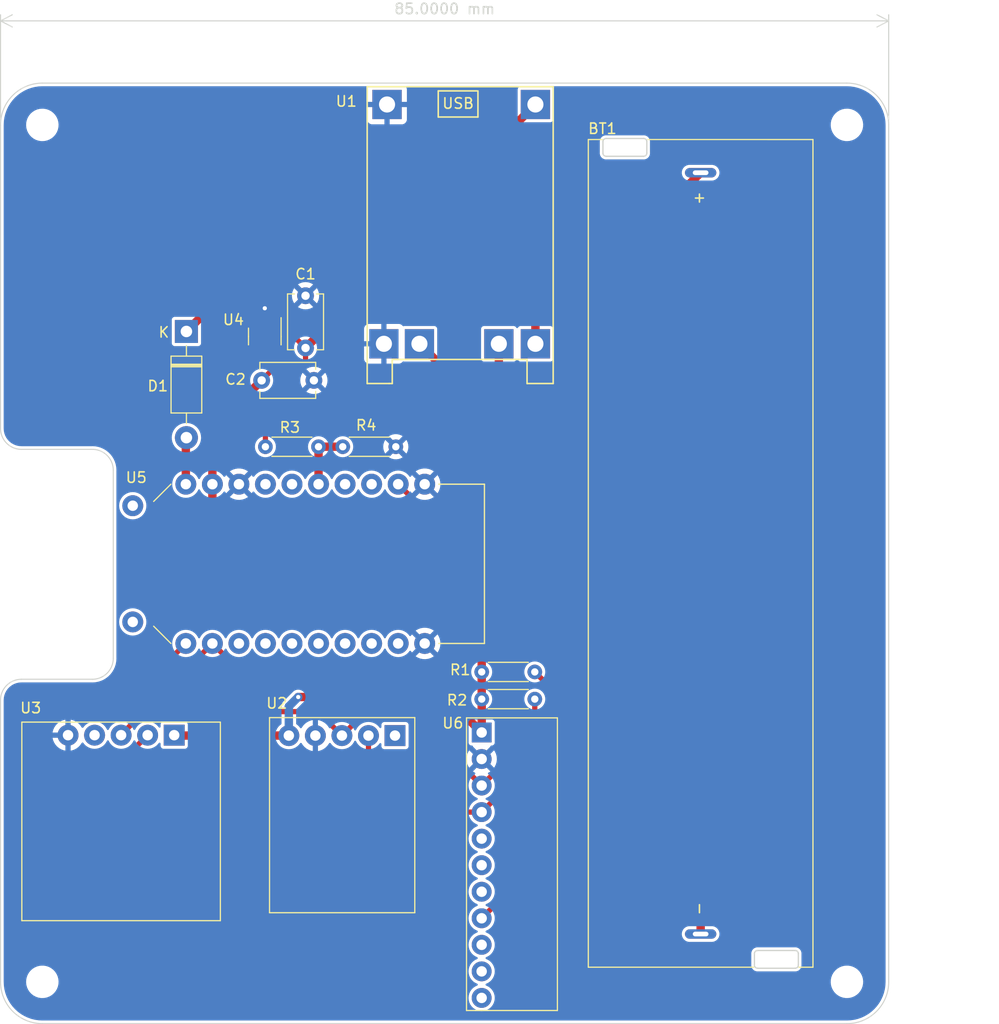
<source format=kicad_pcb>
(kicad_pcb (version 20211014) (generator pcbnew)
  (layers (0 "F.Cu" signal) (31 "B.Cu" power) (34 "B.Paste" user) (35 "F.Paste" user) (36 "B.SilkS" user "B.Silkscreen") (37 "F.SilkS" user "F.Silkscreen") (38 "B.Mask" user) (39 "F.Mask" user) (44 "Edge.Cuts" user))
  (net 0 "")
  (net 1 "VCC")
  (net 2 "GND")
  (net 3 "+3V0")
  (net 4 "Net-(D1-Pad1)")
  (net 5 "VBUS")
  (net 6 "Net-(U1-Pad4)")
  (net 7 "/SDA")
  (net 8 "/SCL")
  (net 9 "Net-(R3-Pad2)")
  (net 15 "/INT1")
  (net 32 "Net-(U1-Pad5)")
  (footprint "MountingHole:MountingHole_2.5mm" (layer "F.Cu") (at 103.902 145.854)
    (fp_text reference "H4" hide)
    (fp_text value "MountingHole" hide)
    (pad "" np_thru_hole circle (at 0 0) (size 2.5 2.5) (drill 2.5) (layers F&B.Cu *.Mask))
  )
  (footprint "MountingHole:MountingHole_2.5mm" (layer "F.Cu") (at 103.902 63.854)
    (fp_text reference "H1" hide)
    (fp_text value "MountingHole" hide)
    (pad "" np_thru_hole circle (at 0 0) (size 2.5 2.5) (drill 2.5) (layers F&B.Cu *.Mask))
  )
  (footprint "Capacitor_THT:C_Disc_D5.1mm_W3.2mm_P5.00mm" (layer "F.Cu") (at 124.89 88.3)
    (fp_text reference "C2" (at -2.5 -0.1) (layer "F.SilkS"))
    (fp_text value "1u")
    (fp_line (start -0.17 -1.721) (end 5.17 -1.721) (layer "F.SilkS") (width 0.12))
    (fp_line (start -0.17 1.055) (end -0.17 1.721) (layer "F.SilkS") (width 0.12))
    (fp_line (start -0.17 -1.721) (end -0.17 -1.055) (layer "F.SilkS") (width 0.12))
    (fp_line (start 5.17 1.055) (end 5.17 1.721) (layer "F.SilkS") (width 0.12))
    (fp_line (start -0.17 1.721) (end 5.17 1.721) (layer "F.SilkS") (width 0.12))
    (fp_line (start 5.17 -1.721) (end 5.17 -1.055) (layer "F.SilkS") (width 0.12))
    (pad "1" thru_hole circle (at 0 0) (size 1.6 1.6) (drill 0.8) (layers F&B.Cu *.Mask) (net 3 "+3V0"))
    (pad "2" thru_hole circle (at 5 0) (size 1.6 1.6) (drill 0.8) (layers F&B.Cu *.Mask) (net 2 "GND"))
  )
  (footprint "Package_TO_SOT_SMD:SOT-23-5" (layer "F.Cu") (at 125.19 84.1 -90)
    (fp_text reference "U4" (at -1.6 3) (layer "F.SilkS"))
    (fp_text value "BU30TD3WG" hide)
    (fp_line (start 0 -1.56) (end -1.8 -1.56) (layer "F.SilkS") (width 0.12))
    (fp_line (start 0 1.56) (end -0.8 1.56) (layer "F.SilkS") (width 0.12))
    (fp_line (start 0 -1.56) (end 0.8 -1.56) (layer "F.SilkS") (width 0.12))
    (fp_line (start 0 1.56) (end 0.8 1.56) (layer "F.SilkS") (width 0.12))
    (pad "1" smd roundrect (at -1.1375 -0.95 270) (size 1.325 0.6) (layers "F.Cu" "F.Paste" "F.Mask") (net 1 "VCC"))
    (pad "2" smd roundrect (at -1.1375 0 270) (size 1.325 0.6) (layers "F.Cu" "F.Paste" "F.Mask") (net 2 "GND"))
    (pad "3" smd roundrect (at -1.1375 0.95 270) (size 1.325 0.6) (layers "F.Cu" "F.Paste" "F.Mask") (net 1 "VCC"))
    (pad "4" smd roundrect (at 1.1375 0.95 270) (size 1.325 0.6) (layers "F.Cu" "F.Paste" "F.Mask"))
    (pad "5" smd roundrect (at 1.1375 -0.95 270) (size 1.325 0.6) (layers "F.Cu" "F.Paste" "F.Mask") (net 3 "+3V0"))
  )
  (footprint "custom:LIS3DH" (layer "F.Cu") (at 153.195 120.595 -90)
    (fp_text reference "U6" (at 0.505 10.005 unlocked) (layer "F.SilkS"))
    (fp_text value "LIS3DH")
    (fp_line (start 28 8.7) (end 28 0) (layer "F.SilkS") (width 0.12))
    (fp_line (start 0 8.7) (end 28 8.7) (layer "F.SilkS") (width 0.12))
    (fp_line (start 0 0) (end 28 0) (layer "F.SilkS") (width 0.12))
    (fp_line (start 0 0) (end 0 8.7) (layer "F.SilkS") (width 0.12))
    (pad "1" thru_hole rect (at 1.397 7.25) (size 1.9 1.9) (drill 1) (layers *.Cu *.Mask) (net 3 "+3V0"))
    (pad "2" thru_hole circle (at 3.937 7.25) (size 1.9 1.9) (drill 1) (layers *.Cu *.Mask) (net 2 "GND"))
    (pad "3" thru_hole circle (at 6.477 7.25) (size 1.9 1.9) (drill 1) (layers *.Cu *.Mask) (net 8 "/SCL"))
    (pad "4" thru_hole circle (at 9.017 7.25) (size 1.9 1.9) (drill 1) (layers *.Cu *.Mask) (net 7 "/SDA"))
    (pad "5" thru_hole circle (at 11.557 7.25) (size 1.9 1.9) (drill 1) (layers *.Cu *.Mask))
    (pad "6" thru_hole circle (at 14.097 7.25) (size 1.9 1.9) (drill 1) (layers *.Cu *.Mask))
    (pad "7" thru_hole circle (at 16.637 7.25) (size 1.9 1.9) (drill 1) (layers *.Cu *.Mask))
    (pad "8" thru_hole circle (at 19.177 7.25) (size 1.9 1.9) (drill 1) (layers *.Cu *.Mask) (net 15 "/INT1"))
    (pad "9" thru_hole circle (at 21.717 7.25) (size 1.9 1.9) (drill 1) (layers *.Cu *.Mask))
    (pad "10" thru_hole circle (at 24.257 7.25) (size 1.9 1.9) (drill 1) (layers *.Cu *.Mask))
    (pad "11" thru_hole circle (at 26.797 7.25) (size 1.9 1.9) (drill 1) (layers *.Cu *.Mask))
  )
  (footprint "custom:BH1750" (layer "F.Cu") (at 139.545 139.2395 180)
    (fp_text reference "U2" (at 13.205 20.0395 unlocked) (layer "F.SilkS"))
    (fp_text value "BH1750")
    (fp_line (start 13.9 0) (end 13.9 18.669) (layer "F.SilkS") (width 0.12))
    (fp_line (start 0 0) (end 0 18.669) (layer "F.SilkS") (width 0.12))
    (fp_line (start 0 0) (end 13.9 0) (layer "F.SilkS") (width 0.12))
    (fp_line (start 0 18.669) (end 13.9 18.669) (layer "F.SilkS") (width 0.12))
    (pad "1" thru_hole rect (at 1.893 16.95 270) (size 2 2) (drill 1) (layers *.Cu *.Mask))
    (pad "2" thru_hole oval (at 4.433 16.95 270) (size 2 2) (drill 1) (layers *.Cu *.Mask) (net 7 "/SDA"))
    (pad "3" thru_hole oval (at 6.973 16.95 270) (size 2 2) (drill 1) (layers *.Cu *.Mask) (net 8 "/SCL"))
    (pad "4" thru_hole oval (at 9.513 16.95 270) (size 2 2) (drill 1) (layers *.Cu *.Mask) (net 2 "GND"))
    (pad "5" thru_hole oval (at 12.053 16.95 270) (size 2 2) (drill 1) (layers *.Cu *.Mask) (net 3 "+3V0"))
  )
  (footprint "custom:KLS5-18650-005" (layer "F.Cu") (at 166.902 104.854 -90)
    (fp_text reference "BT1" (at -40.64 9.398 unlocked) (layer "F.SilkS"))
    (fp_text value "3.7V Li-ion")
    (fp_line (start -39.6014 9.4234) (end -39.6 10.75) (layer "F.SilkS") (width 0.12))
    (fp_line (start -39.6 -10.75) (end -39.6014 5.0546) (layer "F.SilkS") (width 0.12))
    (fp_line (start 39.6 -10.75) (end 39.6 -9.398) (layer "F.SilkS") (width 0.12))
    (fp_line (start -39.6 10.75) (end 39.6 10.75) (layer "F.SilkS") (width 0.12))
    (fp_line (start -39.6 -10.75) (end 39.6 -10.75) (layer "F.SilkS") (width 0.12))
    (fp_line (start 39.6 -5.08) (end 39.6 10.75) (layer "F.SilkS") (width 0.12))
    (fp_line (start 38 -9.05) (end 38 -5.45) (layer "Edge.Cuts") (width 0.12))
    (fp_line (start 38.3 -9.35) (end 39.4 -9.35) (layer "Edge.Cuts") (width 0.12))
    (fp_line (start -39.7 5.45) (end -39.7 9.05) (layer "Edge.Cuts") (width 0.12))
    (fp_line (start 39.7 -5.45) (end 39.7 -9.05) (layer "Edge.Cuts") (width 0.12))
    (fp_line (start -39.4 9.35) (end -38.3 9.35) (layer "Edge.Cuts") (width 0.12))
    (fp_line (start 38.3 -5.15) (end 39.4 -5.15) (layer "Edge.Cuts") (width 0.12))
    (fp_line (start -38 9.05) (end -38 5.45) (layer "Edge.Cuts") (width 0.12))
    (fp_line (start -38.3 5.15) (end -39.4 5.15) (layer "Edge.Cuts") (width 0.12))
    (fp_arc (start -38.3 5.15) (mid -38.087868 5.237868) (end -38 5.45) (layer "Edge.Cuts") (width 0.12))
    (fp_arc (start -39.7 5.45) (mid -39.612132 5.237868) (end -39.4 5.15) (layer "Edge.Cuts") (width 0.12))
    (fp_arc (start 39.7 -5.45) (mid 39.612132 -5.237868) (end 39.4 -5.15) (layer "Edge.Cuts") (width 0.12))
    (fp_arc (start -38 9.05) (mid -38.087868 9.262132) (end -38.3 9.35) (layer "Edge.Cuts") (width 0.12))
    (fp_arc (start 38.3 -5.15) (mid 38.087868 -5.237868) (end 38 -5.45) (layer "Edge.Cuts") (width 0.12))
    (fp_arc (start -39.4 9.35) (mid -39.612132 9.262132) (end -39.7 9.05) (layer "Edge.Cuts") (width 0.12))
    (fp_arc (start 38 -9.05) (mid 38.087868 -9.262132) (end 38.3 -9.35) (layer "Edge.Cuts") (width 0.12))
    (fp_arc (start 39.4 -9.35) (mid 39.612132 -9.262132) (end 39.7 -9.05) (layer "Edge.Cuts") (width 0.12))
    (pad "1" thru_hole oval (at -36.425 0 270) (size 0.9 3) (drill oval 0.45 1.5) (layers *.Cu *.Mask) (net 6 "Net-(U1-Pad4)"))
    (pad "2" thru_hole oval (at 36.425 0 270) (size 0.9 3) (drill oval 0.45 1.5) (layers *.Cu *.Mask) (net 32 "Net-(U1-Pad5)"))
  )
  (footprint "MountingHole:MountingHole_2.5mm" (layer "F.Cu") (at 180.902 145.854)
    (fp_text reference "H3" hide)
    (fp_text value "MountingHole" hide)
    (pad "" np_thru_hole circle (at 0 0) (size 2.5 2.5) (drill 2.5) (layers F&B.Cu *.Mask))
  )
  (footprint "Resistor_THT:R_Axial_DIN0204_L3.6mm_D1.6mm_P5.08mm_Horizontal" (layer "F.Cu") (at 151.03 118.8 180)
    (fp_text reference "R2" (at 7.44 -0.1 180) (layer "F.SilkS"))
    (fp_text value "4.7k")
    (fp_line (start 0.62 -0.92) (end 4.46 -0.92) (layer "F.SilkS") (width 0.12))
    (fp_line (start 0.62 0.92) (end 4.46 0.92) (layer "F.SilkS") (width 0.12))
    (pad "1" thru_hole circle (at 0 0 180) (size 1.4 1.4) (drill 0.7) (layers *.Cu *.Mask) (net 8 "/SCL"))
    (pad "2" thru_hole oval (at 5.08 0 180) (size 1.4 1.4) (drill 0.7) (layers *.Cu *.Mask) (net 3 "+3V0"))
  )
  (footprint "MountingHole:MountingHole_2.5mm" (layer "F.Cu") (at 180.902 63.854)
    (fp_text reference "H2" hide)
    (fp_text value "MountingHole" hide)
    (pad "" np_thru_hole circle (at 0 0) (size 2.5 2.5) (drill 2.5) (layers F&B.Cu *.Mask))
  )
  (footprint "Resistor_THT:R_Axial_DIN0204_L3.6mm_D1.6mm_P5.08mm_Horizontal" (layer "F.Cu") (at 137.73 94.65 180)
    (fp_text reference "R4" (at 2.84 2.05 180) (layer "F.SilkS"))
    (fp_text value "100k")
    (fp_line (start 0.62 0.92) (end 4.46 0.92) (layer "F.SilkS") (width 0.12))
    (fp_line (start 0.62 -0.92) (end 4.46 -0.92) (layer "F.SilkS") (width 0.12))
    (pad "1" thru_hole circle (at 0 0 180) (size 1.4 1.4) (drill 0.7) (layers *.Cu *.Mask) (net 2 "GND"))
    (pad "2" thru_hole oval (at 5.08 0 180) (size 1.4 1.4) (drill 0.7) (layers *.Cu *.Mask) (net 9 "Net-(R3-Pad2)"))
  )
  (footprint "Resistor_THT:R_Axial_DIN0204_L3.6mm_D1.6mm_P5.08mm_Horizontal" (layer "F.Cu") (at 125.25 94.65)
    (fp_text reference "R3" (at 2.34 -1.85) (layer "F.SilkS"))
    (fp_text value "100k")
    (fp_line (start 0.62 0.92) (end 4.46 0.92) (layer "F.SilkS") (width 0.12))
    (fp_line (start 0.62 -0.92) (end 4.46 -0.92) (layer "F.SilkS") (width 0.12))
    (pad "1" thru_hole circle (at 0 0) (size 1.4 1.4) (drill 0.7) (layers *.Cu *.Mask) (net 1 "VCC"))
    (pad "2" thru_hole oval (at 5.08 0) (size 1.4 1.4) (drill 0.7) (layers *.Cu *.Mask) (net 9 "Net-(R3-Pad2)"))
  )
  (footprint "custom:MODULE_NRF52840-DONGLE" (layer "F.Cu") (at 123.19 105.854 180)
    (fp_text reference "U5" (at 10.3 8.254) (layer "F.SilkS"))
    (fp_text value "NRF52840-DONGLE")
    (fp_line (start -23.02 7.62) (end -18.65 7.62) (layer "F.SilkS") (width 0.127))
    (fp_line (start 6.985 -7.62) (end 8.636 -5.969) (layer "F.SilkS") (width 0.12))
    (fp_line (start -23.02 -7.62) (end -23.02 7.62) (layer "F.SilkS") (width 0.127))
    (fp_line (start 6.985 7.62) (end 8.636 5.969) (layer "F.SilkS") (width 0.12))
    (fp_line (start -18.65 -7.62) (end -23.02 -7.62) (layer "F.SilkS") (width 0.127))
    (pad "0.02" thru_hole circle (at -7.145 7.62 180) (size 2 2) (drill 1) (layers F&B.Cu *.Mask) (net 9 "Net-(R3-Pad2)"))
    (pad "0.09" thru_hole circle (at -12.225 -7.62 180) (size 2 2) (drill 1) (layers F&B.Cu *.Mask))
    (pad "0.10" thru_hole circle (at -14.765 -7.62 180) (size 2 2) (drill 1) (layers F&B.Cu *.Mask))
    (pad "0.13" thru_hole circle (at 5.555 -7.62 180) (size 2 2) (drill 1) (layers F&B.Cu *.Mask) (net 7 "/SDA"))
    (pad "0.15" thru_hole circle (at 3.015 -7.62 180) (size 2 2) (drill 1) (layers F&B.Cu *.Mask) (net 8 "/SCL"))
    (pad "0.17" thru_hole circle (at 0.475 -7.62 180) (size 2 2) (drill 1) (layers F&B.Cu *.Mask))
    (pad "0.20" thru_hole circle (at -2.065 -7.62 180) (size 2 2) (drill 1) (layers F&B.Cu *.Mask))
    (pad "0.22" thru_hole circle (at -4.605 -7.62 180) (size 2 2) (drill 1) (layers F&B.Cu *.Mask))
    (pad "0.24" thru_hole circle (at -7.145 -7.62 180) (size 2 2) (drill 1) (layers F&B.Cu *.Mask))
    (pad "0.29" thru_hole circle (at -4.605 7.62 180) (size 2 2) (drill 1) (layers F&B.Cu *.Mask))
    (pad "0.31" thru_hole circle (at -2.065 7.62 180) (size 2 2) (drill 1) (layers F&B.Cu *.Mask))
    (pad "1.00" thru_hole circle (at -9.685 -7.62 180) (size 2 2) (drill 1) (layers F&B.Cu *.Mask))
    (pad "1.10" thru_hole circle (at -14.765 7.62 180) (size 2 2) (drill 1) (layers F&B.Cu *.Mask) (net 15 "/INT1"))
    (pad "1.13" thru_hole circle (at -12.225 7.62 180) (size 2 2) (drill 1) (layers F&B.Cu *.Mask))
    (pad "1.15" thru_hole circle (at -9.685 7.62 180) (size 2 2) (drill 1) (layers F&B.Cu *.Mask))
    (pad "G1" thru_hole circle (at -17.305 -7.62 180) (size 2 2) (drill 1) (layers F&B.Cu *.Mask) (net 2 "GND"))
    (pad "G2" thru_hole circle (at -17.305 7.62 180) (size 2 2) (drill 1) (layers F&B.Cu *.Mask) (net 2 "GND"))
    (pad "G3" thru_hole circle (at 0.475 7.62 180) (size 2 2) (drill 1) (layers F&B.Cu *.Mask) (net 2 "GND"))
    (pad "OUT" thru_hole circle (at 3.015 7.62 180) (size 2 2) (drill 1) (layers F&B.Cu *.Mask) (net 3 "+3V0"))
    (pad "SWDCLK" thru_hole circle (at 10.635 5.56 180) (size 2 2) (drill 1) (layers F&B.Cu *.Mask))
    (pad "SWDIO" thru_hole circle (at 10.635 -5.56 180) (size 2 2) (drill 1) (layers F&B.Cu *.Mask))
    (pad "VBUS" thru_hole circle (at 5.555 7.62 180) (size 2 2) (drill 1) (layers F&B.Cu *.Mask) (net 5 "VBUS"))
  )
  (footprint "custom:BME688" (layer "F.Cu") (at 111.44 130.5 180)
    (fp_text reference "U3" (at 8.65 10.85 unlocked) (layer "F.SilkS"))
    (fp_text value "BME688")
    (fp_line (start -9.5 9.5) (end 9.5 9.5) (layer "F.SilkS") (width 0.12))
    (fp_line (start -9.5 -9.5) (end 9.5 -9.5) (layer "F.SilkS") (width 0.12))
    (fp_line (start -9.5 -9.5) (end -9.5 9.5) (layer "F.SilkS") (width 0.12))
    (fp_line (start 9.5 -9.5) (end 9.5 9.5) (layer "F.SilkS") (width 0.12))
    (pad "1" thru_hole rect (at -5.08 8.25 270) (size 2 2) (drill 1) (layers *.Cu *.Mask) (net 3 "+3V0"))
    (pad "2" thru_hole oval (at -2.54 8.25 270) (size 2 2) (drill 1) (layers *.Cu *.Mask) (net 7 "/SDA"))
    (pad "3" thru_hole oval (at 0 8.25 270) (size 2 2) (drill 1) (layers *.Cu *.Mask) (net 8 "/SCL"))
    (pad "4" thru_hole oval (at 2.54 8.25 270) (size 2 2) (drill 1) (layers *.Cu *.Mask))
    (pad "5" thru_hole oval (at 5.08 8.25 270) (size 2 2) (drill 1) (layers *.Cu *.Mask) (net 2 "GND"))
  )
  (footprint "custom:TP4056-18650" (layer "F.Cu") (at 152.79 60.2 -90)
    (fp_text reference "U1" (at 1.4 19.8) (layer "F.SilkS"))
    (fp_text value "TP4056")
    (fp_text user "USB" (at 1.6 9.1) (layer "F.SilkS"))
    (fp_line (start 28.4 15.4) (end 28.4 15.7) (layer "F.SilkS") (width 0.15))
    (fp_line (start 26.1 2.5) (end 26.1 15.4) (layer "F.SilkS") (width 0.15))
    (fp_line (start 2.9 11) (end 0.4 11) (layer "F.SilkS") (width 0.15))
    (fp_line (start 0.4 7.2) (end 2.9 7.2) (layer "F.SilkS") (width 0.15))
    (fp_line (start 28.4 17.8) (end 0 17.8) (layer "F.SilkS") (width 0.15))
    (fp_line (start 26.3 0) (end 28.4 0) (layer "F.SilkS") (width 0.15))
    (fp_line (start 0 0) (end 26.3 0) (layer "F.SilkS") (width 0.15))
    (fp_line (start 28.4 0) (end 28.4 2.5) (layer "F.SilkS") (width 0.15))
    (fp_line (start 28.4 2.5) (end 26.1 2.5) (layer "F.SilkS") (width 0.15))
    (fp_line (start 28.4 15.7) (end 28.4 17.8) (layer "F.SilkS") (width 0.15))
    (fp_line (start 2.9 7.2) (end 2.9 11) (layer "F.SilkS") (width 0.15))
    (fp_line (start 26.1 15.4) (end 26.4 15.4) (layer "F.SilkS") (width 0.15))
    (fp_line (start 0 17.8) (end 0 0) (layer "F.SilkS") (width 0.15))
    (fp_line (start 26.3 15.4) (end 28.4 15.4) (layer "F.SilkS") (width 0.15))
    (fp_line (start 0.4 11) (end 0.4 7.3) (layer "F.SilkS") (width 0.15))
    (pad "1" thru_hole rect (at 1.7 1.7 270) (size 2.8 2.8) (drill 1.54) (layers F&B.Cu *.Mask) (net 4 "Net-(D1-Pad1)"))
    (pad "2" thru_hole rect (at 1.7 15.9 270) (size 2.8 2.8) (drill 1.54) (layers F&B.Cu *.Mask) (net 2 "GND"))
    (pad "3" thru_hole rect (at 24.6 1.7 270) (size 2.8 2.8) (drill 1.54) (layers F&B.Cu *.Mask) (net 1 "VCC"))
    (pad "4" thru_hole rect (at 24.6 5.2 270) (size 2.8 2.8) (drill 1.54) (layers F&B.Cu *.Mask) (net 6 "Net-(U1-Pad4)"))
    (pad "5" thru_hole rect (at 24.6 12.8 270) (size 2.8 2.8) (drill 1.54) (layers F&B.Cu *.Mask) (net 32 "Net-(U1-Pad5)"))
    (pad "6" thru_hole rect (at 24.6 16.2 270) (size 2.8 2.8) (drill 1.54) (layers F&B.Cu *.Mask) (net 2 "GND"))
  )
  (footprint "Capacitor_THT:C_Disc_D5.1mm_W3.2mm_P5.00mm" (layer "F.Cu") (at 129.09 85.2 90)
    (fp_text reference "C1" (at 7.072 0) (layer "F.SilkS"))
    (fp_text value "1u")
    (fp_line (start -0.17 1.721) (end 5.17 1.721) (layer "F.SilkS") (width 0.12))
    (fp_line (start 5.17 -1.721) (end 5.17 -1.055) (layer "F.SilkS") (width 0.12))
    (fp_line (start -0.17 -1.721) (end 5.17 -1.721) (layer "F.SilkS") (width 0.12))
    (fp_line (start -0.17 -1.721) (end -0.17 -1.055) (layer "F.SilkS") (width 0.12))
    (fp_line (start 5.17 1.055) (end 5.17 1.721) (layer "F.SilkS") (width 0.12))
    (fp_line (start -0.17 1.055) (end -0.17 1.721) (layer "F.SilkS") (width 0.12))
    (pad "1" thru_hole circle (at 0 0 90) (size 1.6 1.6) (drill 0.8) (layers F&B.Cu *.Mask) (net 1 "VCC"))
    (pad "2" thru_hole circle (at 5 0 90) (size 1.6 1.6) (drill 0.8) (layers F&B.Cu *.Mask) (net 2 "GND"))
  )
  (footprint "Resistor_THT:R_Axial_DIN0204_L3.6mm_D1.6mm_P5.08mm_Horizontal" (layer "F.Cu") (at 145.95 116.2)
    (fp_text reference "R1" (at -2.06 -0.2) (layer "F.SilkS"))
    (fp_text value "4.7k")
    (fp_line (start 0.62 0.92) (end 4.46 0.92) (layer "F.SilkS") (width 0.12))
    (fp_line (start 0.62 -0.92) (end 4.46 -0.92) (layer "F.SilkS") (width 0.12))
    (pad "1" thru_hole circle (at 0 0) (size 1.4 1.4) (drill 0.7) (layers *.Cu *.Mask) (net 3 "+3V0"))
    (pad "2" thru_hole oval (at 5.08 0) (size 1.4 1.4) (drill 0.7) (layers *.Cu *.Mask) (net 7 "/SDA"))
  )
  (footprint "Diode_THT:D_DO-41_SOD81_P10.16mm_Horizontal" (layer "F.Cu") (at 117.69 83.62 -90)
    (fp_text reference "D1" (at 5.22 2.74) (layer "F.SilkS"))
    (fp_text value "1N5817" hide)
    (fp_text user "K" (at 0.08 2.16) (layer "F.SilkS"))
    (fp_line (start 1.34 0) (end 2.36 0) (layer "F.SilkS") (width 0.12))
    (fp_line (start 7.8 1.47) (end 7.8 -1.47) (layer "F.SilkS") (width 0.12))
    (fp_line (start 3.14 -1.47) (end 3.14 1.47) (layer "F.SilkS") (width 0.12))
    (fp_line (start 2.36 -1.47) (end 2.36 1.47) (layer "F.SilkS") (width 0.12))
    (fp_line (start 3.38 -1.47) (end 3.38 1.47) (layer "F.SilkS") (width 0.12))
    (fp_line (start 3.26 -1.47) (end 3.26 1.47) (layer "F.SilkS") (width 0.12))
    (fp_line (start 2.36 1.47) (end 7.8 1.47) (layer "F.SilkS") (width 0.12))
    (fp_line (start 8.82 0) (end 7.8 0) (layer "F.SilkS") (width 0.12))
    (fp_line (start 7.8 -1.47) (end 2.36 -1.47) (layer "F.SilkS") (width 0.12))
    (pad "1" thru_hole rect (at 0 0 270) (size 2.2 2.2) (drill 1.1) (layers F&B.Cu *.Mask) (net 4 "Net-(D1-Pad1)"))
    (pad "2" thru_hole oval (at 10.16 0 270) (size 2.2 2.2) (drill 1.1) (layers F&B.Cu *.Mask) (net 5 "VBUS"))
  )
  (gr_arc (start 99.902 63.854) (mid 101.073573 61.025573) (end 103.902 59.854) (layer "Edge.Cuts") (width 0.1))
  (gr_arc (start 180.902 59.854) (mid 183.730427 61.025573) (end 184.902 63.854) (layer "Edge.Cuts") (width 0.1))
  (gr_line (start 184.902 63.854) (end 184.902 145.854) (layer "Edge.Cuts") (width 0.1))
  (gr_arc (start 108.69 94.9) (mid 110.104214 95.485786) (end 110.69 96.9) (layer "Edge.Cuts") (width 0.1))
  (gr_line (start 110.69 96.9) (end 110.69 114.9) (layer "Edge.Cuts") (width 0.1))
  (gr_line (start 99.902 145.854) (end 99.9 118.9) (layer "Edge.Cuts") (width 0.1))
  (gr_arc (start 99.9 118.9) (mid 100.485786 117.485786) (end 101.9 116.9) (layer "Edge.Cuts") (width 0.1))
  (gr_line (start 101.9 116.9) (end 108.69 116.9) (layer "Edge.Cuts") (width 0.1))
  (gr_arc (start 184.902 145.854) (mid 183.730427 148.682427) (end 180.902 149.854) (layer "Edge.Cuts") (width 0.1))
  (gr_arc (start 101.9 94.9) (mid 100.485786 94.314214) (end 99.9 92.9) (layer "Edge.Cuts") (width 0.1))
  (gr_line (start 99.902 63.854) (end 99.9 92.9) (layer "Edge.Cuts") (width 0.1))
  (gr_line (start 101.9 94.9) (end 108.69 94.9) (layer "Edge.Cuts") (width 0.1))
  (gr_line (start 103.902 59.854) (end 180.902 59.854) (layer "Edge.Cuts") (width 0.1))
  (gr_line (start 180.902 149.854) (end 103.902 149.854) (layer "Edge.Cuts") (width 0.1))
  (gr_arc (start 110.69 114.9) (mid 110.104214 116.314214) (end 108.69 116.9) (layer "Edge.Cuts") (width 0.1))
  (gr_arc (start 103.902 149.854) (mid 101.073573 148.682427) (end 99.902 145.854) (layer "Edge.Cuts") (width 0.1))
  (gr_text "v1.0" (at 110.73 67.69) (layer "F.Cu") (effects (font (size 1.5 1.5) (thickness 0.3))))
  (gr_text "+" (at 166.714 70.854 90) (layer "F.SilkS") (effects (font (size 1 1))))
  (gr_text "-\n" (at 166.714 138.854 90) (layer "F.SilkS") (effects (font (size 1 1))))
  (dimension (type aligned) (layer "Edge.Cuts") (pts (xy 99.902 63.854) (xy 184.902 63.854)) (height -9.954) (gr_text "85.0000 mm" (at 142.402 52.75) (layer "Edge.Cuts") (effects (font (size 1 1) (thickness 0.15)))) (format (units 3) (units_format 1) (precision 4)) (style (thickness 0.1) (arrow_length 1.27) (text_position_mode 0) (extension_height 0.58642) (extension_offset 0.5) keep_text_aligned))
  (segment (start 129.09 86.5) (end 125.25 90.34) (width 0.5) (layer "F.Cu") (net 1))
  (segment (start 126.14 82.9625) (end 126.8625 82.9625) (width 0.5) (layer "F.Cu") (net 1))
  (segment (start 133.35 80.94) (end 129.09 85.2) (width 0.8) (layer "F.Cu") (net 1))
  (segment (start 125.25 90.34) (end 125.25 94.65) (width 0.5) (layer "F.Cu") (net 1))
  (segment (start 124.79 80.3) (end 125.59 80.3) (width 0.5) (layer "F.Cu") (net 1))
  (segment (start 126.14 80.85) (end 126.14 82.9625) (width 0.5) (layer "F.Cu") (net 1))
  (segment (start 126.8625 82.9725) (end 129.09 85.2) (width 0.5) (layer "F.Cu") (net 1))
  (segment (start 124.24 82.9625) (end 124.24 80.85) (width 0.5) (layer "F.Cu") (net 1))
  (segment (start 124.24 80.85) (end 124.79 80.3) (width 0.5) (layer "F.Cu") (net 1))
  (segment (start 151.09 82.88) (end 149.15 80.94) (width 0.8) (layer "F.Cu") (net 1))
  (segment (start 151.09 84.8) (end 151.09 82.88) (width 0.8) (layer "F.Cu") (net 1))
  (segment (start 126.8625 82.9625) (end 126.8625 82.9725) (width 0.5) (layer "F.Cu") (net 1))
  (segment (start 125.59 80.3) (end 126.14 80.85) (width 0.5) (layer "F.Cu") (net 1))
  (segment (start 149.15 80.94) (end 133.35 80.94) (width 0.8) (layer "F.Cu") (net 1))
  (segment (start 129.09 85.2) (end 129.09 86.5) (width 0.5) (layer "F.Cu") (net 1))
  (segment (start 125.19 82.9625) (end 125.19 81.4) (width 0.5) (layer "F.Cu") (net 2))
  (via (at 125.19 81.4) (size 0.8) (drill 0.4) (layers "F.Cu" "B.Cu") (net 2))
  (segment (start 123.33 103.6) (end 135.47 103.6) (width 0.8) (layer "F.Cu") (net 3))
  (segment (start 142.553 118.6) (end 145.945 121.992) (width 0.8) (layer "F.Cu") (net 3))
  (segment (start 120.175 98.234) (end 120.175 93.015) (width 0.8) (layer "F.Cu") (net 3))
  (segment (start 145.95 114.08) (end 145.95 116.2) (width 0.8) (layer "F.Cu") (net 3))
  (segment (start 120.175 100.445) (end 123.33 103.6) (width 0.8) (layer "F.Cu") (net 3))
  (segment (start 127.492 122.2895) (end 116.5595 122.2895) (width 0.8) (layer "F.Cu") (net 3))
  (segment (start 145.95 118.8) (end 145.95 121.987) (width 0.8) (layer "F.Cu") (net 3))
  (segment (start 126.14 85.2375) (end 126.14 87.05) (width 0.5) (layer "F.Cu") (net 3))
  (segment (start 145.95 121.987) (end 145.945 121.992) (width 0.8) (layer "F.Cu") (net 3))
  (segment (start 126.14 87.05) (end 124.89 88.3) (width 0.5) (layer "F.Cu") (net 3))
  (segment (start 116.5595 122.2895) (end 116.52 122.25) (width 0.8) (layer "F.Cu") (net 3))
  (segment (start 128.39 118.6) (end 142.553 118.6) (width 0.8) (layer "F.Cu") (net 3))
  (segment (start 145.95 116.2) (end 145.95 118.8) (width 0.8) (layer "F.Cu") (net 3))
  (segment (start 120.175 98.234) (end 120.175 100.445) (width 0.8) (layer "F.Cu") (net 3))
  (segment (start 135.47 103.6) (end 145.95 114.08) (width 0.8) (layer "F.Cu") (net 3))
  (segment (start 120.175 93.015) (end 124.89 88.3) (width 0.8) (layer "F.Cu") (net 3))
  (via (at 128.39 118.6) (size 0.8) (drill 0.4) (layers "F.Cu" "B.Cu") (net 3))
  (segment (start 127.492 122.2895) (end 127.492 119.498) (width 0.8) (layer "B.Cu") (net 3))
  (segment (start 127.492 119.498) (end 128.39 118.6) (width 0.8) (layer "B.Cu") (net 3))
  (segment (start 145.39 67.6) (end 151.09 61.9) (width 0.8) (layer "F.Cu") (net 4))
  (segment (start 117.69 83.62) (end 133.71 67.6) (width 0.8) (layer "F.Cu") (net 4))
  (segment (start 133.71 67.6) (end 145.39 67.6) (width 0.8) (layer "F.Cu") (net 4))
  (segment (start 117.635 93.835) (end 117.69 93.78) (width 0.8) (layer "F.Cu") (net 5))
  (segment (start 117.635 98.234) (end 117.635 93.835) (width 0.8) (layer "F.Cu") (net 5))
  (segment (start 149.41 88.93) (end 152.8 88.93) (width 0.8) (layer "F.Cu") (net 6))
  (segment (start 147.59 84.8) (end 147.59 87.11) (width 0.8) (layer "F.Cu") (net 6))
  (segment (start 154.69 80.641) (end 166.902 68.429) (width 0.8) (layer "F.Cu") (net 6))
  (segment (start 154.69 87.04) (end 154.69 80.641) (width 0.8) (layer "F.Cu") (net 6))
  (segment (start 152.8 88.93) (end 154.69 87.04) (width 0.8) (layer "F.Cu") (net 6))
  (segment (start 147.59 87.11) (end 149.41 88.93) (width 0.8) (layer "F.Cu") (net 6))
  (segment (start 135.112 122.2895) (end 135.112 124.622) (width 0.5) (layer "F.Cu") (net 7))
  (segment (start 104.64 119.8) (end 111.309 119.8) (width 0.5) (layer "F.Cu") (net 7))
  (segment (start 145.945 129.612) (end 152.837 122.72) (width 0.5) (layer "F.Cu") (net 7))
  (segment (start 140.102 129.612) (end 145.945 129.612) (width 0.5) (layer "F.Cu") (net 7))
  (segment (start 152.837 122.72) (end 152.85 122.72) (width 0.5) (layer "F.Cu") (net 7))
  (segment (start 104.762 124.622) (end 103.39 123.25) (width 0.5) (layer "F.Cu") (net 7))
  (segment (start 111.612 124.622) (end 104.762 124.622) (width 0.5) (layer "F.Cu") (net 7))
  (segment (start 103.39 123.25) (end 103.39 121.05) (width 0.5) (layer "F.Cu") (net 7))
  (segment (start 135.112 124.622) (end 111.612 124.622) (width 0.5) (layer "F.Cu") (net 7))
  (segment (start 111.309 119.8) (end 117.635 113.474) (width 0.5) (layer "F.Cu") (net 7))
  (segment (start 135.112 124.622) (end 140.102 129.612) (width 0.5) (layer "F.Cu") (net 7))
  (segment (start 152.85 118.02) (end 152.85 122.72) (width 0.5) (layer "F.Cu") (net 7))
  (segment (start 113.98 122.25) (end 111.612 124.618) (width 0.5) (layer "F.Cu") (net 7))
  (segment (start 111.612 124.618) (end 111.612 124.622) (width 0.5) (layer "F.Cu") (net 7))
  (segment (start 103.39 121.05) (end 104.64 119.8) (width 0.5) (layer "F.Cu") (net 7))
  (segment (start 151.03 116.2) (end 152.85 118.02) (width 0.5) (layer "F.Cu") (net 7))
  (segment (start 120.175 113.474) (end 111.44 122.209) (width 0.5) (layer "F.Cu") (net 8))
  (segment (start 111.44 122.209) (end 111.44 122.25) (width 0.5) (layer "F.Cu") (net 8))
  (segment (start 130.2825 120) (end 126.701 120) (width 0.5) (layer "F.Cu") (net 8))
  (segment (start 134.8615 120) (end 132.572 122.2895) (width 0.5) (layer "F.Cu") (net 8))
  (segment (start 151.03 118.8) (end 151.03 121.987) (width 0.5) (layer "F.Cu") (net 8))
  (segment (start 126.701 120) (end 120.175 113.474) (width 0.5) (layer "F.Cu") (net 8))
  (segment (start 132.572 122.2895) (end 130.2825 120) (width 0.5) (layer "F.Cu") (net 8))
  (segment (start 151.03 121.987) (end 145.945 127.072) (width 0.5) (layer "F.Cu") (net 8))
  (segment (start 138.873 120) (end 134.8615 120) (width 0.5) (layer "F.Cu") (net 8))
  (segment (start 145.945 127.072) (end 138.873 120) (width 0.5) (layer "F.Cu") (net 8))
  (segment (start 130.335 98.234) (end 130.335 94.655) (width 0.8) (layer "F.Cu") (net 9))
  (segment (start 130.335 94.655) (end 130.33 94.65) (width 0.8) (layer "F.Cu") (net 9))
  (segment (start 132.65 94.65) (end 130.33 94.65) (width 0.8) (layer "F.Cu") (net 9))
  (segment (start 153.99 114.269) (end 153.99 131.727) (width 0.5) (layer "F.Cu") (net 15))
  (segment (start 153.99 131.727) (end 145.945 139.772) (width 0.5) (layer "F.Cu") (net 15))
  (segment (start 137.955 98.234) (end 153.99 114.269) (width 0.5) (layer "F.Cu") (net 15))
  (segment (start 166.902 141.279) (end 166.902 111.712) (width 0.8) (layer "F.Cu") (net 32))
  (segment (start 166.902 111.712) (end 139.99 84.8) (width 0.8) (layer "F.Cu") (net 32))
  (zone (net 2) (net_name "GND") (layer "B.Cu") (connect_pads (clearance 0.3)) (min_thickness 0.2) (fill yes (thermal_gap 0.5) (thermal_bridge_width 0.5))
    (polygon (pts (xy 184.902 149.854) (xy 99.902 149.854) (xy 99.902 59.854) (xy 184.902 59.854)))
  )
)
</source>
